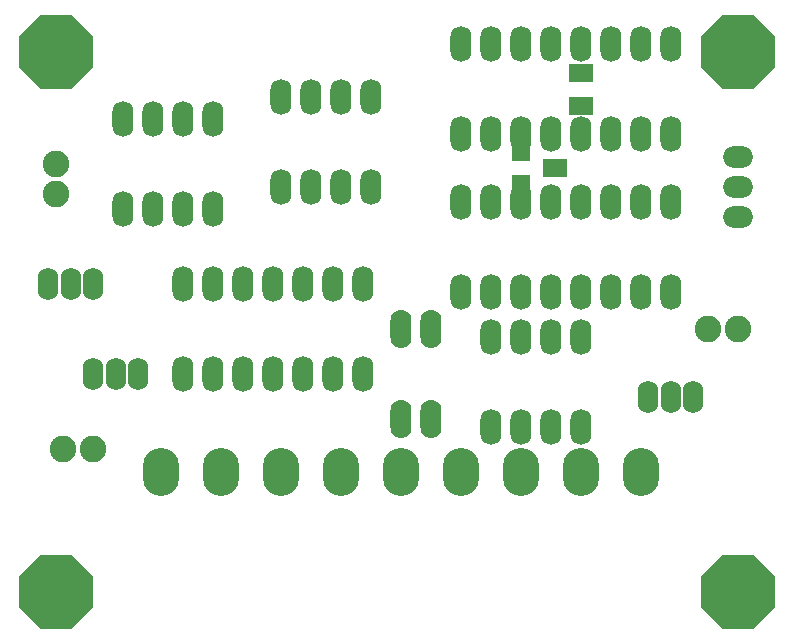
<source format=gbr>
G04 EasyPC Gerber Version 19.0.2 Build 3920 *
G04 #@! TF.Part,Single*
G04 #@! TF.FileFunction,Copper,L0,Top *
%FSLAX35Y35*%
%MOIN*%
G04 #@! TA.AperFunction,ComponentPad*
%ADD120O,0.06984X0.10843*%
%ADD119O,0.07000X0.12000*%
%ADD121O,0.07000X0.13000*%
G04 #@! TA.AperFunction,WasherPad*
%ADD132O,0.12024X0.15961*%
G04 #@! TA.AperFunction,SMDPad*
%ADD78R,0.05900X0.07900*%
G04 #@! TA.AperFunction,WasherPad*
%ADD96O,0.09858X0.07299*%
G04 #@! TA.AperFunction,ComponentPad*
%ADD105C,0.08874*%
G04 #@! TA.AperFunction,WasherPad*
%ADD118R,0.07900X0.05900*%
%AMT103*0 Octagon Pad at angle 0*4,1,8,-0.05098,-0.12311,0.05098,-0.12311,0.12311,-0.05098,0.12311,0.05098,0.05098,0.12311,-0.05098,0.12311,-0.12311,0.05098,-0.12311,-0.05098,-0.05098,-0.12311,0*%
%ADD103T103*%
X0Y0D02*
D02*
D78*
X168750Y147550D03*
Y160050D03*
D02*
D96*
X241250Y137550D03*
Y147550D03*
Y157550D03*
D02*
D103*
X13750Y12550D03*
Y192550D03*
X241250Y12550D03*
Y192550D03*
D02*
D105*
X13750Y145050D03*
Y155050D03*
X16250Y60050D03*
X26250D03*
X231250Y100050D03*
X241250D03*
D02*
D118*
X180000Y153800D03*
X188750Y174500D03*
Y185600D03*
D02*
D119*
X36250Y140050D03*
Y170050D03*
X46250Y140050D03*
Y170050D03*
X56250Y85050D03*
Y115050D03*
Y140050D03*
Y170050D03*
X66250Y85050D03*
Y115050D03*
Y140050D03*
Y170050D03*
X76250Y85050D03*
Y115050D03*
X86250Y85050D03*
Y115050D03*
X88750Y147550D03*
Y177550D03*
X96250Y85050D03*
Y115050D03*
X98750Y147550D03*
Y177550D03*
X106250Y85050D03*
Y115050D03*
X108750Y147550D03*
Y177550D03*
X116250Y85050D03*
Y115050D03*
X118750Y147550D03*
Y177550D03*
X148750Y112550D03*
Y142550D03*
Y165050D03*
Y195050D03*
X158750Y67550D03*
Y97550D03*
Y112550D03*
Y142550D03*
Y165050D03*
Y195050D03*
X168750Y67550D03*
Y97550D03*
Y112550D03*
Y142550D03*
Y165050D03*
Y195050D03*
X178750Y67550D03*
Y97550D03*
Y112550D03*
Y142550D03*
Y165050D03*
Y195050D03*
X188750Y67550D03*
Y97550D03*
Y112550D03*
Y142550D03*
Y165050D03*
Y195050D03*
X198750Y112550D03*
Y142550D03*
Y165050D03*
Y195050D03*
X208750Y112550D03*
Y142550D03*
Y165050D03*
Y195050D03*
X218750Y112550D03*
Y142550D03*
Y165050D03*
Y195050D03*
D02*
D120*
X11250Y115050D03*
X18750D03*
X26250Y85050D03*
Y115050D03*
X33750Y85050D03*
X41250D03*
X211250Y77550D03*
X218750D03*
X226250D03*
D02*
D121*
X128750Y70050D03*
Y100050D03*
X138750Y70050D03*
Y100050D03*
D02*
D132*
X48750Y52550D03*
X68750D03*
X88750D03*
X108750D03*
X128750D03*
X148750D03*
X168750D03*
X188750D03*
X208750D03*
X0Y0D02*
M02*

</source>
